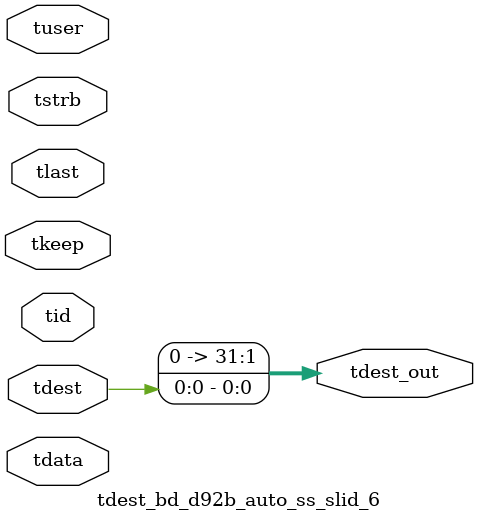
<source format=v>


`timescale 1ps/1ps

module tdest_bd_d92b_auto_ss_slid_6 #
(
parameter C_S_AXIS_TDATA_WIDTH = 32,
parameter C_S_AXIS_TUSER_WIDTH = 0,
parameter C_S_AXIS_TID_WIDTH   = 0,
parameter C_S_AXIS_TDEST_WIDTH = 0,
parameter C_M_AXIS_TDEST_WIDTH = 32
)
(
input  [(C_S_AXIS_TDATA_WIDTH == 0 ? 1 : C_S_AXIS_TDATA_WIDTH)-1:0     ] tdata,
input  [(C_S_AXIS_TUSER_WIDTH == 0 ? 1 : C_S_AXIS_TUSER_WIDTH)-1:0     ] tuser,
input  [(C_S_AXIS_TID_WIDTH   == 0 ? 1 : C_S_AXIS_TID_WIDTH)-1:0       ] tid,
input  [(C_S_AXIS_TDEST_WIDTH == 0 ? 1 : C_S_AXIS_TDEST_WIDTH)-1:0     ] tdest,
input  [(C_S_AXIS_TDATA_WIDTH/8)-1:0 ] tkeep,
input  [(C_S_AXIS_TDATA_WIDTH/8)-1:0 ] tstrb,
input                                                                    tlast,
output [C_M_AXIS_TDEST_WIDTH-1:0] tdest_out
);

assign tdest_out = {3'b000,tdest[0:0]};

endmodule


</source>
